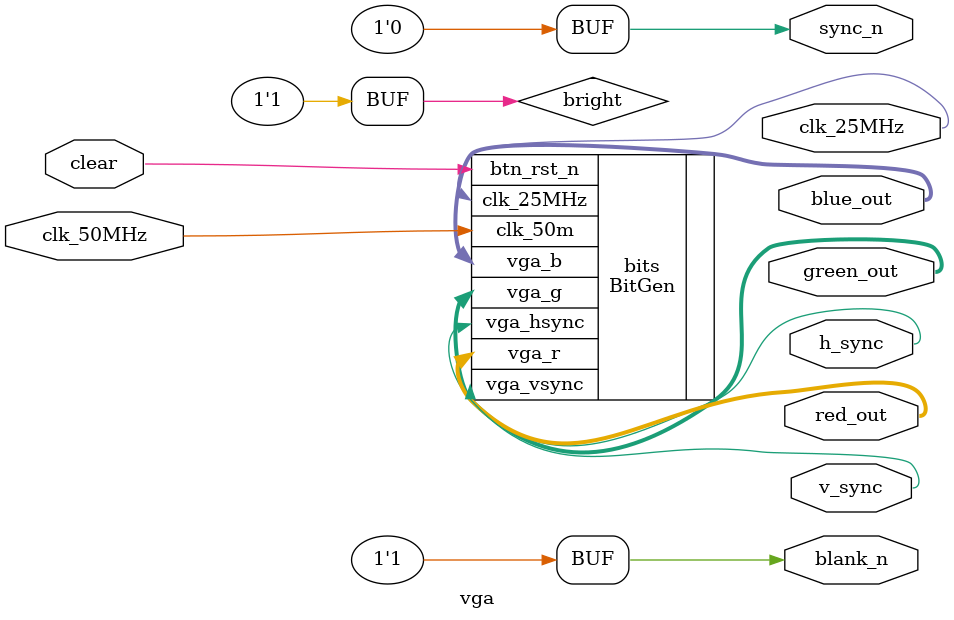
<source format=v>
module vga #(parameter H_RES = 640, V_RES = 480, COUNTER_BITS = 10)(
		input clk_50MHz, clear,
		output clk_25MHz, h_sync, v_sync, sync_n, blank_n,
		output [7 : 0] red_out, green_out, blue_out
	);
	
	wire bright =1;
	wire [COUNTER_BITS - 1 : 0] h_count, v_count;
	
	assign sync_n = 0;
	assign blank_n = bright;
	
	
	
	BitGen bits(
		.clk_50m(clk_50MHz),     // 50 MHz clock
		.btn_rst_n(clear),    // reset button
		.vga_hsync(h_sync),    // horizontal sync
		.vga_vsync(v_sync),    // vertical sync
		.vga_r(red_out),  // 4-bit VGA red
		.vga_g(green_out),  // 4-bit VGA green
		.vga_b(blue_out),
		.clk_25MHz(clk_25MHz)
	);
	
	
endmodule 
</source>
